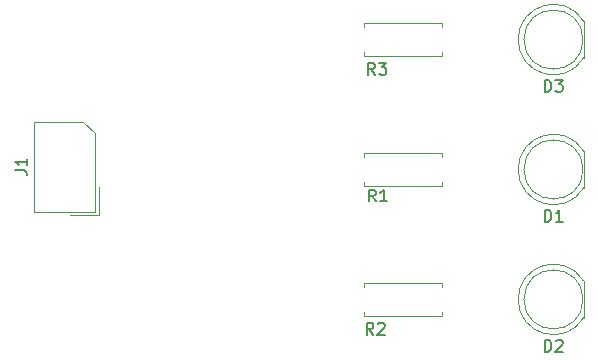
<source format=gbr>
%TF.GenerationSoftware,KiCad,Pcbnew,(6.0.7)*%
%TF.CreationDate,2022-08-16T13:57:52+09:00*%
%TF.ProjectId,kicad_demo,6b696361-645f-4646-956d-6f2e6b696361,rev?*%
%TF.SameCoordinates,Original*%
%TF.FileFunction,Legend,Top*%
%TF.FilePolarity,Positive*%
%FSLAX46Y46*%
G04 Gerber Fmt 4.6, Leading zero omitted, Abs format (unit mm)*
G04 Created by KiCad (PCBNEW (6.0.7)) date 2022-08-16 13:57:52*
%MOMM*%
%LPD*%
G01*
G04 APERTURE LIST*
%ADD10C,0.150000*%
%ADD11C,0.120000*%
G04 APERTURE END LIST*
D10*
%TO.C,R3*%
X172623333Y-49972380D02*
X172290000Y-49496190D01*
X172051904Y-49972380D02*
X172051904Y-48972380D01*
X172432857Y-48972380D01*
X172528095Y-49020000D01*
X172575714Y-49067619D01*
X172623333Y-49162857D01*
X172623333Y-49305714D01*
X172575714Y-49400952D01*
X172528095Y-49448571D01*
X172432857Y-49496190D01*
X172051904Y-49496190D01*
X172956666Y-48972380D02*
X173575714Y-48972380D01*
X173242380Y-49353333D01*
X173385238Y-49353333D01*
X173480476Y-49400952D01*
X173528095Y-49448571D01*
X173575714Y-49543809D01*
X173575714Y-49781904D01*
X173528095Y-49877142D01*
X173480476Y-49924761D01*
X173385238Y-49972380D01*
X173099523Y-49972380D01*
X173004285Y-49924761D01*
X172956666Y-49877142D01*
%TO.C,R2*%
X172483333Y-71982380D02*
X172150000Y-71506190D01*
X171911904Y-71982380D02*
X171911904Y-70982380D01*
X172292857Y-70982380D01*
X172388095Y-71030000D01*
X172435714Y-71077619D01*
X172483333Y-71172857D01*
X172483333Y-71315714D01*
X172435714Y-71410952D01*
X172388095Y-71458571D01*
X172292857Y-71506190D01*
X171911904Y-71506190D01*
X172864285Y-71077619D02*
X172911904Y-71030000D01*
X173007142Y-70982380D01*
X173245238Y-70982380D01*
X173340476Y-71030000D01*
X173388095Y-71077619D01*
X173435714Y-71172857D01*
X173435714Y-71268095D01*
X173388095Y-71410952D01*
X172816666Y-71982380D01*
X173435714Y-71982380D01*
%TO.C,R1*%
X172673333Y-60702380D02*
X172340000Y-60226190D01*
X172101904Y-60702380D02*
X172101904Y-59702380D01*
X172482857Y-59702380D01*
X172578095Y-59750000D01*
X172625714Y-59797619D01*
X172673333Y-59892857D01*
X172673333Y-60035714D01*
X172625714Y-60130952D01*
X172578095Y-60178571D01*
X172482857Y-60226190D01*
X172101904Y-60226190D01*
X173625714Y-60702380D02*
X173054285Y-60702380D01*
X173340000Y-60702380D02*
X173340000Y-59702380D01*
X173244761Y-59845238D01*
X173149523Y-59940476D01*
X173054285Y-59988095D01*
%TO.C,J1*%
X142152380Y-58083333D02*
X142866666Y-58083333D01*
X143009523Y-58130952D01*
X143104761Y-58226190D01*
X143152380Y-58369047D01*
X143152380Y-58464285D01*
X143152380Y-57083333D02*
X143152380Y-57654761D01*
X143152380Y-57369047D02*
X142152380Y-57369047D01*
X142295238Y-57464285D01*
X142390476Y-57559523D01*
X142438095Y-57654761D01*
%TO.C,D3*%
X186991904Y-51412380D02*
X186991904Y-50412380D01*
X187230000Y-50412380D01*
X187372857Y-50460000D01*
X187468095Y-50555238D01*
X187515714Y-50650476D01*
X187563333Y-50840952D01*
X187563333Y-50983809D01*
X187515714Y-51174285D01*
X187468095Y-51269523D01*
X187372857Y-51364761D01*
X187230000Y-51412380D01*
X186991904Y-51412380D01*
X187896666Y-50412380D02*
X188515714Y-50412380D01*
X188182380Y-50793333D01*
X188325238Y-50793333D01*
X188420476Y-50840952D01*
X188468095Y-50888571D01*
X188515714Y-50983809D01*
X188515714Y-51221904D01*
X188468095Y-51317142D01*
X188420476Y-51364761D01*
X188325238Y-51412380D01*
X188039523Y-51412380D01*
X187944285Y-51364761D01*
X187896666Y-51317142D01*
%TO.C,D2*%
X186991904Y-73412380D02*
X186991904Y-72412380D01*
X187230000Y-72412380D01*
X187372857Y-72460000D01*
X187468095Y-72555238D01*
X187515714Y-72650476D01*
X187563333Y-72840952D01*
X187563333Y-72983809D01*
X187515714Y-73174285D01*
X187468095Y-73269523D01*
X187372857Y-73364761D01*
X187230000Y-73412380D01*
X186991904Y-73412380D01*
X187944285Y-72507619D02*
X187991904Y-72460000D01*
X188087142Y-72412380D01*
X188325238Y-72412380D01*
X188420476Y-72460000D01*
X188468095Y-72507619D01*
X188515714Y-72602857D01*
X188515714Y-72698095D01*
X188468095Y-72840952D01*
X187896666Y-73412380D01*
X188515714Y-73412380D01*
%TO.C,D1*%
X186991904Y-62412380D02*
X186991904Y-61412380D01*
X187230000Y-61412380D01*
X187372857Y-61460000D01*
X187468095Y-61555238D01*
X187515714Y-61650476D01*
X187563333Y-61840952D01*
X187563333Y-61983809D01*
X187515714Y-62174285D01*
X187468095Y-62269523D01*
X187372857Y-62364761D01*
X187230000Y-62412380D01*
X186991904Y-62412380D01*
X188515714Y-62412380D02*
X187944285Y-62412380D01*
X188230000Y-62412380D02*
X188230000Y-61412380D01*
X188134761Y-61555238D01*
X188039523Y-61650476D01*
X187944285Y-61698095D01*
D11*
%TO.C,R3*%
X171730000Y-45630000D02*
X171730000Y-45960000D01*
X178270000Y-48370000D02*
X171730000Y-48370000D01*
X178270000Y-45630000D02*
X171730000Y-45630000D01*
X178270000Y-45960000D02*
X178270000Y-45630000D01*
X178270000Y-48040000D02*
X178270000Y-48370000D01*
X171730000Y-48370000D02*
X171730000Y-48040000D01*
%TO.C,R2*%
X171730000Y-67630000D02*
X171730000Y-67960000D01*
X178270000Y-70370000D02*
X171730000Y-70370000D01*
X178270000Y-67630000D02*
X171730000Y-67630000D01*
X178270000Y-67960000D02*
X178270000Y-67630000D01*
X178270000Y-70040000D02*
X178270000Y-70370000D01*
X171730000Y-70370000D02*
X171730000Y-70040000D01*
%TO.C,R1*%
X178270000Y-59370000D02*
X178270000Y-59040000D01*
X171730000Y-56630000D02*
X178270000Y-56630000D01*
X171730000Y-59370000D02*
X178270000Y-59370000D01*
X171730000Y-59040000D02*
X171730000Y-59370000D01*
X171730000Y-56960000D02*
X171730000Y-56630000D01*
X178270000Y-56630000D02*
X178270000Y-56960000D01*
%TO.C,J1*%
X148910000Y-54940000D02*
X147910000Y-53940000D01*
X148910000Y-61560000D02*
X148910000Y-54940000D01*
X147910000Y-53940000D02*
X143790000Y-53940000D01*
X143790000Y-53940000D02*
X143790000Y-61560000D01*
X146800000Y-61860000D02*
X149210000Y-61860000D01*
X149210000Y-61860000D02*
X149210000Y-59450000D01*
X143790000Y-61560000D02*
X148910000Y-61560000D01*
%TO.C,D3*%
X190290000Y-48545000D02*
X190290000Y-45455000D01*
X190290000Y-45455170D02*
G75*
G03*
X184740000Y-47000462I-2560000J-1544830D01*
G01*
X184740000Y-46999538D02*
G75*
G03*
X190290000Y-48544830I2990000J-462D01*
G01*
X190230000Y-47000000D02*
G75*
G03*
X190230000Y-47000000I-2500000J0D01*
G01*
%TO.C,D2*%
X190290000Y-70545000D02*
X190290000Y-67455000D01*
X190290000Y-67455170D02*
G75*
G03*
X184740000Y-69000462I-2560000J-1544830D01*
G01*
X184740000Y-68999538D02*
G75*
G03*
X190290000Y-70544830I2990000J-462D01*
G01*
X190230000Y-69000000D02*
G75*
G03*
X190230000Y-69000000I-2500000J0D01*
G01*
%TO.C,D1*%
X190290000Y-59545000D02*
X190290000Y-56455000D01*
X190290000Y-56455170D02*
G75*
G03*
X184740000Y-58000462I-2560000J-1544830D01*
G01*
X184740000Y-57999538D02*
G75*
G03*
X190290000Y-59544830I2990000J-462D01*
G01*
X190230000Y-58000000D02*
G75*
G03*
X190230000Y-58000000I-2500000J0D01*
G01*
%TD*%
M02*

</source>
